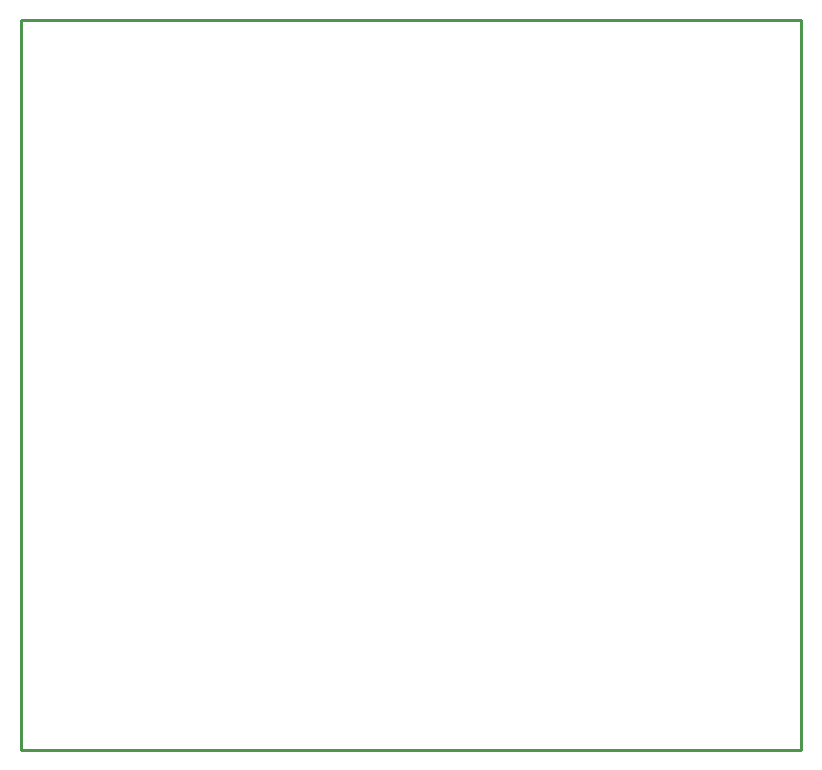
<source format=gko>
G04*
G04 #@! TF.GenerationSoftware,Altium Limited,Altium Designer,22.9.1 (49)*
G04*
G04 Layer_Color=16711935*
%FSTAX24Y24*%
%MOIN*%
G70*
G04*
G04 #@! TF.SameCoordinates,DC5806C5-9D72-4097-8AC5-96CD70471510*
G04*
G04*
G04 #@! TF.FilePolarity,Positive*
G04*
G01*
G75*
%ADD15C,0.0100*%
D15*
X0Y0D02*
Y02435D01*
X026D01*
Y0D02*
Y02435D01*
X0Y0D02*
X026D01*
M02*

</source>
